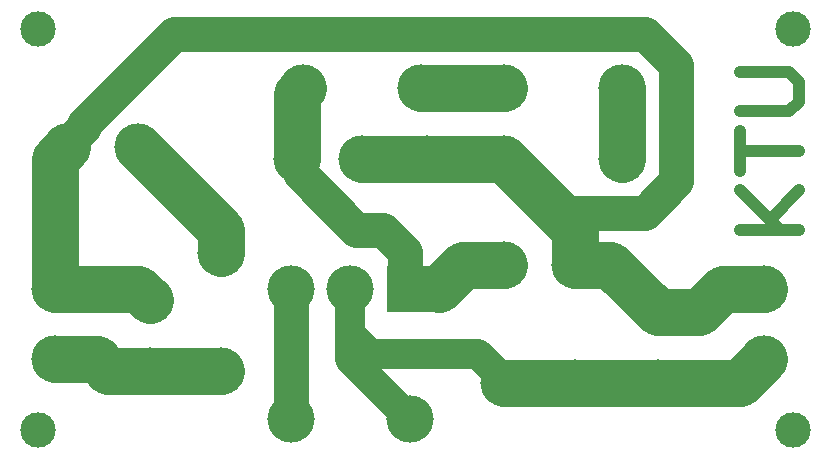
<source format=gtl>
G04*
G04 #@! TF.GenerationSoftware,Altium Limited,Altium Designer,25.8.1 (18)*
G04*
G04 Layer_Physical_Order=1*
G04 Layer_Color=255*
%FSLAX44Y44*%
%MOMM*%
G71*
G04*
G04 #@! TF.SameCoordinates,C2644E2E-6D67-4C64-9E2D-1387FC13E7FC*
G04*
G04*
G04 #@! TF.FilePolarity,Positive*
G04*
G01*
G75*
%ADD10C,3.0000*%
%ADD11C,4.0000*%
%ADD12C,2.5000*%
%ADD13C,1.0000*%
%ADD14C,3.0000*%
%ADD15C,4.0000*%
%ADD16R,4.0000X4.0000*%
D10*
X425000Y-140000D02*
X471000Y-186000D01*
X544054D01*
X571000Y-159054D01*
Y-60946D01*
X544054Y-34000D02*
X571000Y-60946D01*
X145946Y-34000D02*
X544054D01*
X69000Y-110946D02*
X145946Y-34000D01*
X69000Y-113294D02*
Y-110946D01*
X55000Y-127294D02*
X69000Y-113294D01*
X55000Y-130000D02*
Y-127294D01*
X250000Y-142706D02*
X251913Y-144619D01*
Y-151967D02*
X299946Y-200000D01*
X341000Y-246000D02*
Y-218574D01*
Y-246000D02*
X345000Y-250000D01*
X251913Y-151967D02*
Y-144619D01*
X299946Y-200000D02*
X322426D01*
X341000Y-218574D01*
X245000Y-360000D02*
Y-250000D01*
X345000Y-250000D02*
X370000D01*
D11*
X250000Y-140000D02*
Y-85000D01*
X255000Y-80000D01*
X610000Y-250000D02*
X645000D01*
X590000Y-270000D02*
X610000Y-250000D01*
X555000Y-270000D02*
X590000D01*
X515000Y-230000D02*
X555000Y-270000D01*
X485000Y-230000D02*
X515000D01*
X485000D02*
Y-200000D01*
X425000Y-140000D02*
X485000Y-200000D01*
X360000Y-140000D02*
X425000D01*
X305000D02*
X360000D01*
X45000D02*
X55000Y-130000D01*
X45000Y-250000D02*
Y-140000D01*
Y-250000D02*
X115000D01*
X125000Y-260000D01*
X625000Y-330000D02*
X645000Y-310000D01*
X555000Y-330000D02*
X625000D01*
X555000Y-330000D02*
X555000Y-330000D01*
X485000Y-330000D02*
X555000D01*
X425000D02*
X485000D01*
X370000Y-250000D02*
X390000Y-230000D01*
X425000D01*
X525000Y-140000D02*
Y-80000D01*
X355000D02*
X425000D01*
X115000Y-130000D02*
X185000Y-200000D01*
Y-220000D02*
Y-200000D01*
X125000Y-320000D02*
X185000D01*
X90000D02*
X125000D01*
X80000Y-310000D02*
X90000Y-320000D01*
X45000Y-310000D02*
X80000D01*
D12*
X295000Y-288234D02*
Y-250000D01*
Y-310000D02*
Y-288234D01*
Y-310000D02*
X345000Y-360000D01*
X311766Y-305000D02*
X402855D01*
X425000Y-327145D01*
X295000Y-288234D02*
X311766Y-305000D01*
X425000Y-330000D02*
Y-327145D01*
D13*
X625016Y-200000D02*
X675000D01*
X658339D01*
X625016Y-166677D01*
X650008Y-191669D01*
X675000Y-166677D01*
X625016Y-150016D02*
Y-116694D01*
Y-133355D01*
X675000D01*
X625016Y-100032D02*
X666669D01*
X675000Y-91702D01*
Y-75040D01*
X666669Y-66710D01*
X625016D01*
D14*
X670000Y-30000D02*
D03*
Y-370000D02*
D03*
X30000D02*
D03*
Y-30000D02*
D03*
D15*
X245000Y-360000D02*
D03*
X345000D02*
D03*
X125000Y-260000D02*
D03*
Y-320000D02*
D03*
X185000D02*
D03*
Y-220000D02*
D03*
X45000Y-250000D02*
D03*
Y-310000D02*
D03*
X245000Y-250000D02*
D03*
X295000D02*
D03*
X425000Y-330000D02*
D03*
Y-230000D02*
D03*
X555000Y-270000D02*
D03*
Y-330000D02*
D03*
X485000Y-330000D02*
D03*
Y-230000D02*
D03*
X645000Y-310000D02*
D03*
Y-250000D02*
D03*
X250000Y-140000D02*
D03*
X305000D02*
D03*
X360000D02*
D03*
X115000Y-130000D02*
D03*
X55000D02*
D03*
X255000Y-80000D02*
D03*
X355000D02*
D03*
X425000D02*
D03*
X525000D02*
D03*
Y-140000D02*
D03*
X425000D02*
D03*
D16*
X345000Y-250000D02*
D03*
M02*

</source>
